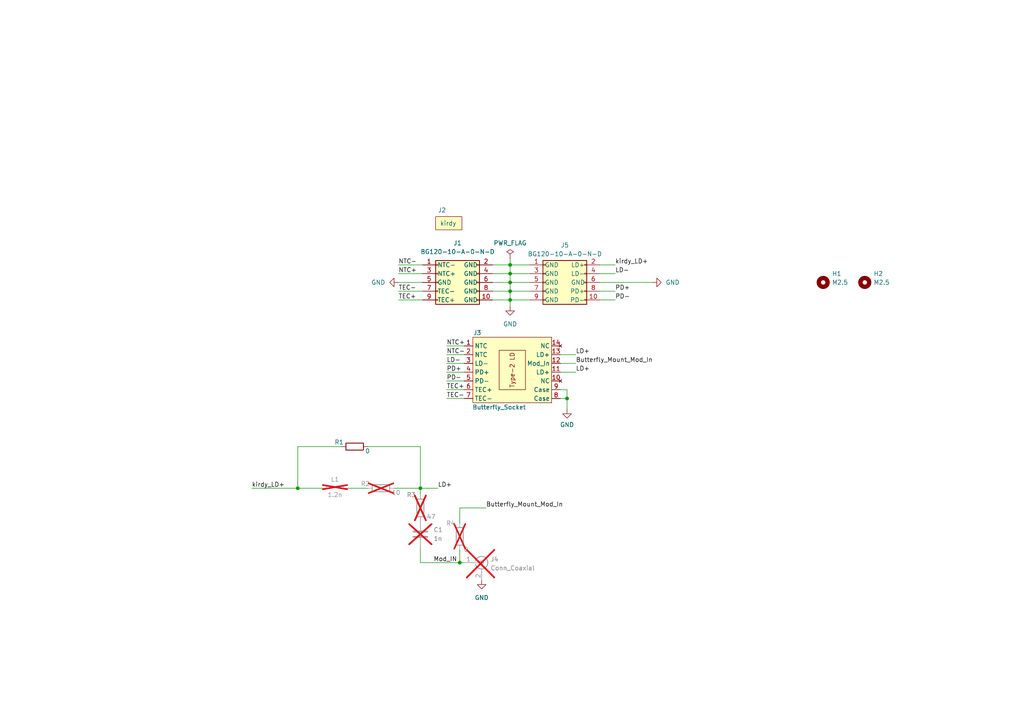
<source format=kicad_sch>
(kicad_sch (version 20230121) (generator eeschema)
  (paper "A4")
  (title_block (title "kirdy_adapter_type_1_LD") (date "2023-11-14") (rev "rev0_1") (company "M-Labs Limited"))
  (lib_symbols
    (symbol "Connector:Conn_Coaxial" (pin_names (offset 1.016) hide)
      (property "Reference" "J" (at 0.254 3.048 0))
      (property "Value" "Conn_Coaxial" (at 2.921 0 90))
      (symbol "Conn_Coaxial_0_1"
        (arc (start -1.778 -0.508) (mid 0.2311 -1.8066) (end 1.778 0) (stroke (width 0.254)))
        (polyline (pts (xy -2.54 0) (xy -0.508 0)))
        (polyline (pts (xy 0 -2.54) (xy 0 -1.778)))
        (circle (center 0 0) (radius 0.508) (stroke (width 0.2032)))
        (arc (start 1.778 0) (mid 0.2099 1.8101) (end -1.778 0.508) (stroke (width 0.254)))
      )
      (symbol "Conn_Coaxial_1_1"
        (pin passive line (at -5.08 0 0) (length 2.54) (name "In") (number "1"))
        (pin passive line (at 0 -5.08 90) (length 2.54) (name "Ext") (number "2"))
      )
    )
    (symbol "Device:C" (pin_numbers hide) (pin_names (offset 0.254))
      (property "Reference" "C" (at 0.635 2.54 0))
      (property "Value" "C" (at 0.635 -2.54 0))
      (symbol "C_0_1"
        (polyline (pts (xy -2.032 -0.762) (xy 2.032 -0.762)) (stroke (width 0.508)))
        (polyline (pts (xy -2.032 0.762) (xy 2.032 0.762)) (stroke (width 0.508)))
      )
      (symbol "C_1_1"
        (pin passive line (at 0 3.81 270) (length 2.794) (name "~") (number "1"))
        (pin passive line (at 0 -3.81 90) (length 2.794) (name "~") (number "2"))
      )
    )
    (symbol "Device:L" (pin_numbers hide) (pin_names (offset 1.016) hide)
      (property "Reference" "L" (at -1.27 0 90))
      (property "Value" "L" (at 1.905 0 90))
      (symbol "L_0_1"
        (arc (start 0 -2.54) (mid 0.6323 -1.905) (end 0 -1.27))
        (arc (start 0 -1.27) (mid 0.6323 -0.635) (end 0 0))
        (arc (start 0 0) (mid 0.6323 0.635) (end 0 1.27))
        (arc (start 0 1.27) (mid 0.6323 1.905) (end 0 2.54))
      )
      (symbol "L_1_1"
        (pin passive line (at 0 3.81 270) (length 1.27) (name "1") (number "1"))
        (pin passive line (at 0 -3.81 90) (length 1.27) (name "2") (number "2"))
      )
    )
    (symbol "Device:R" (pin_numbers hide) (pin_names (offset 0))
      (property "Reference" "R" (at 2.032 0 90))
      (property "Value" "R" (at 0 0 90))
      (symbol "R_0_1"
        (rectangle (start -1.016 -2.54) (end 1.016 2.54) (stroke (width 0.254)))
      )
      (symbol "R_1_1"
        (pin passive line (at 0 3.81 270) (length 1.27) (name "~") (number "1"))
        (pin passive line (at 0 -3.81 90) (length 1.27) (name "~") (number "2"))
      )
    )
    (symbol "Mechanical:MountingHole" (pin_names (offset 1.016))
      (property "Reference" "H" (at 0 5.08 0))
      (property "Value" "MountingHole" (at 0 3.175 0))
      (symbol "MountingHole_0_1"
        (circle (center 0 0) (radius 1.27) (stroke (width 1.27)))
      )
    )
    (symbol "kirdy_adapter:butterfly_socket_type_2"
      (property "Reference" "J" (at 1.27 1.27 0))
      (property "Value" "Butterfly_Socket" (at 7.62 -20.32 0))
      (symbol "butterfly_socket_type_2_1_1"
        (rectangle (start 0 0) (end 22.86 -19.05) (fill (type background)))
        (rectangle (start 7.62 -3.81) (end 15.24 -15.24))
        (text "Type-2 LD" (at 11.43 -9.525 900) (effects (font (size 1.27 1.27))))
        (pin input line (at -2.54 -2.54 0) (length 2.54) (name "NTC") (number "1"))
        (pin no_connect line (at 25.4 -12.7 180) (length 2.54) (name "NC") (number "10"))
        (pin passive line (at 25.4 -10.16 180) (length 2.54) (name "LD+") (number "11"))
        (pin passive line (at 25.4 -7.62 180) (length 2.54) (name "Mod_In") (number "12"))
        (pin passive line (at 25.4 -5.08 180) (length 2.54) (name "LD+") (number "13"))
        (pin no_connect line (at 25.4 -2.54 180) (length 2.54) (name "NC") (number "14"))
        (pin input line (at -2.54 -5.08 0) (length 2.54) (name "NTC") (number "2"))
        (pin input line (at -2.54 -7.62 0) (length 2.54) (name "LD-") (number "3"))
        (pin input line (at -2.54 -10.16 0) (length 2.54) (name "PD+") (number "4"))
        (pin input line (at -2.54 -12.7 0) (length 2.54) (name "PD-") (number "5"))
        (pin passive line (at -2.54 -15.24 0) (length 2.54) (name "TEC+") (number "6"))
        (pin passive line (at -2.54 -17.78 0) (length 2.54) (name "TEC-") (number "7"))
        (pin passive line (at 25.4 -17.78 180) (length 2.54) (name "Case") (number "8"))
        (pin passive line (at 25.4 -15.24 180) (length 2.54) (name "Case") (number "9"))
      )
    )
    (symbol "kirdy_adapter:kirdy_3d_model"
      (property "Reference" "J" (at 1.27 1.27 0))
      (property "Value" "kirdy" (at 3.81 -1.905 0))
      (symbol "kirdy_3d_model_1_1"
        (rectangle (start 0 0) (end 7.62 -3.81) (fill (type background)))
      )
    )
    (symbol "kirdy_adapter:kirdy_socket_1"
      (property "Reference" "J" (at 5.08 2.54 0))
      (property "Value" "BG120-10-A-0-N-D" (at 10.16 -12.7 0))
      (symbol "kirdy_socket_1_1_1"
        (rectangle (start 3.81 -10.033) (end 4.445 -10.287) (stroke (width 0.1524)))
        (rectangle (start 3.81 -7.493) (end 4.445 -7.747) (stroke (width 0.1524)))
        (rectangle (start 3.81 -4.953) (end 4.445 -5.207) (stroke (width 0.1524)))
        (rectangle (start 3.81 -2.413) (end 4.445 -2.667) (stroke (width 0.1524)))
        (rectangle (start 3.81 0.127) (end 4.445 -0.127) (stroke (width 0.1524)))
        (rectangle (start 3.81 1.27) (end 16.51 -11.43) (stroke (width 0.254)) (fill (type background)))
        (rectangle (start 15.875 -10.033) (end 16.51 -10.287) (stroke (width 0.1524)))
        (rectangle (start 15.875 -7.493) (end 16.51 -7.747) (stroke (width 0.1524)))
        (rectangle (start 15.875 -4.953) (end 16.51 -5.207) (stroke (width 0.1524)))
        (rectangle (start 15.875 -2.413) (end 16.51 -2.667) (stroke (width 0.1524)))
        (rectangle (start 15.875 0.127) (end 16.51 -0.127) (stroke (width 0.1524)))
        (pin passive line (at 0 0 0) (length 3.81) (name "NTC-") (number "1"))
        (pin passive line (at 20.32 -10.16 180) (length 3.81) (name "GND") (number "10"))
        (pin passive line (at 20.32 0 180) (length 3.81) (name "GND") (number "2"))
        (pin passive line (at 0 -2.54 0) (length 3.81) (name "NTC+") (number "3"))
        (pin passive line (at 20.32 -2.54 180) (length 3.81) (name "GND") (number "4"))
        (pin passive line (at 0 -5.08 0) (length 3.81) (name "GND") (number "5"))
        (pin passive line (at 20.32 -5.08 180) (length 3.81) (name "GND") (number "6"))
        (pin passive line (at 0 -7.62 0) (length 3.81) (name "TEC-") (number "7"))
        (pin passive line (at 20.32 -7.62 180) (length 3.81) (name "GND") (number "8"))
        (pin passive line (at 0 -10.16 0) (length 3.81) (name "TEC+") (number "9"))
      )
    )
    (symbol "kirdy_adapter:kirdy_socket_2"
      (property "Reference" "J" (at 5.08 2.54 0))
      (property "Value" "BG120-10-A-0-N-D" (at 10.16 -12.7 0))
      (symbol "kirdy_socket_2_1_1"
        (rectangle (start 3.81 -10.033) (end 4.445 -10.287) (stroke (width 0.1524)))
        (rectangle (start 3.81 -7.493) (end 4.445 -7.747) (stroke (width 0.1524)))
        (rectangle (start 3.81 -4.953) (end 4.445 -5.207) (stroke (width 0.1524)))
        (rectangle (start 3.81 -2.413) (end 4.445 -2.667) (stroke (width 0.1524)))
        (rectangle (start 3.81 0.127) (end 4.445 -0.127) (stroke (width 0.1524)))
        (rectangle (start 3.81 1.27) (end 16.51 -11.43) (stroke (width 0.254)) (fill (type background)))
        (rectangle (start 15.875 -10.033) (end 16.51 -10.287) (stroke (width 0.1524)))
        (rectangle (start 15.875 -7.493) (end 16.51 -7.747) (stroke (width 0.1524)))
        (rectangle (start 15.875 -4.953) (end 16.51 -5.207) (stroke (width 0.1524)))
        (rectangle (start 15.875 -2.413) (end 16.51 -2.667) (stroke (width 0.1524)))
        (rectangle (start 15.875 0.127) (end 16.51 -0.127) (stroke (width 0.1524)))
        (pin passive line (at 0 0 0) (length 3.81) (name "GND") (number "1"))
        (pin passive line (at 20.32 -10.16 180) (length 3.81) (name "PD-") (number "10"))
        (pin passive line (at 20.32 0 180) (length 3.81) (name "LD+") (number "2"))
        (pin passive line (at 0 -2.54 0) (length 3.81) (name "GND") (number "3"))
        (pin passive line (at 20.32 -2.54 180) (length 3.81) (name "LD-") (number "4"))
        (pin passive line (at 0 -5.08 0) (length 3.81) (name "GND") (number "5"))
        (pin passive line (at 20.32 -5.08 180) (length 3.81) (name "GND") (number "6"))
        (pin passive line (at 0 -7.62 0) (length 3.81) (name "GND") (number "7"))
        (pin passive line (at 20.32 -7.62 180) (length 3.81) (name "PD+") (number "8"))
        (pin passive line (at 0 -10.16 0) (length 3.81) (name "GND") (number "9"))
      )
    )
    (symbol "power:GND" (power) (pin_names (offset 0))
      (property "Value" "GND" (at 0 -3.81 0))
      (symbol "GND_0_1"
        (polyline (pts (xy 0 0) (xy 0 -1.27) (xy 1.27 -1.27) (xy 0 -2.54) (xy -1.27 -1.27) (xy 0 -1.27)))
      )
      (symbol "GND_1_1"
        (pin power_in line (at 0 0 270) (length 0) hide (name "GND") (number "1"))
      )
    )
    (symbol "power:PWR_FLAG" (power) (pin_numbers hide) (pin_names (offset 0) hide)
      (property "Value" "PWR_FLAG" (at 0 3.81 0))
      (symbol "PWR_FLAG_0_0"
        (pin power_out line (at 0 0 90) (length 0) (name "pwr") (number "1"))
      )
      (symbol "PWR_FLAG_0_1"
        (polyline (pts (xy 0 0) (xy 0 1.27) (xy -1.016 1.905) (xy 0 2.54) (xy 1.016 1.905) (xy 0 1.27)))
      )
    )
  )
  (junction (at 147.955 79.375))
  (junction (at 147.955 81.915))
  (junction (at 121.92 141.605))
  (junction (at 86.36 141.605))
  (junction (at 147.955 76.835))
  (junction (at 147.955 86.995))
  (junction (at 147.955 84.455))
  (junction (at 164.465 115.57))
  (junction (at 133.35 163.195))
  (wire (pts (xy 129.54 110.49) (xy 134.62 110.49)))
  (wire (pts (xy 129.54 115.57) (xy 134.62 115.57)))
  (wire (pts (xy 147.955 86.995) (xy 153.67 86.995)))
  (wire (pts (xy 147.955 86.995) (xy 142.875 86.995)))
  (wire (pts (xy 147.955 79.375) (xy 147.955 81.915)))
  (wire (pts (xy 164.465 115.57) (xy 164.465 118.745)))
  (wire (pts (xy 115.57 79.375) (xy 122.555 79.375)))
  (wire (pts (xy 147.955 81.915) (xy 147.955 84.455)))
  (wire (pts (xy 129.54 105.41) (xy 134.62 105.41)))
  (wire (pts (xy 167.005 107.95) (xy 162.56 107.95)))
  (wire (pts (xy 178.435 76.835) (xy 173.99 76.835)))
  (wire (pts (xy 164.465 113.03) (xy 162.56 113.03)))
  (wire (pts (xy 73.025 141.605) (xy 86.36 141.605)))
  (wire (pts (xy 86.36 141.605) (xy 93.345 141.605)))
  (wire (pts (xy 114.3 141.605) (xy 121.92 141.605)))
  (wire (pts (xy 129.54 100.33) (xy 134.62 100.33)))
  (wire (pts (xy 167.005 102.87) (xy 162.56 102.87)))
  (wire (pts (xy 121.92 141.605) (xy 121.92 143.51)))
  (wire (pts (xy 147.955 79.375) (xy 153.67 79.375)))
  (wire (pts (xy 147.955 76.835) (xy 153.67 76.835)))
  (wire (pts (xy 189.23 81.915) (xy 173.99 81.915)))
  (wire (pts (xy 147.955 76.835) (xy 147.955 79.375)))
  (wire (pts (xy 147.955 88.9) (xy 147.955 86.995)))
  (wire (pts (xy 164.465 113.03) (xy 164.465 115.57)))
  (wire (pts (xy 99.06 129.54) (xy 86.36 129.54)))
  (wire (pts (xy 133.35 159.385) (xy 133.35 163.195)))
  (wire (pts (xy 178.435 84.455) (xy 173.99 84.455)))
  (wire (pts (xy 100.965 141.605) (xy 106.68 141.605)))
  (wire (pts (xy 147.955 74.93) (xy 147.955 76.835)))
  (wire (pts (xy 142.875 81.915) (xy 147.955 81.915)))
  (wire (pts (xy 129.54 102.87) (xy 134.62 102.87)))
  (wire (pts (xy 178.435 86.995) (xy 173.99 86.995)))
  (wire (pts (xy 115.57 84.455) (xy 122.555 84.455)))
  (wire (pts (xy 167.005 105.41) (xy 162.56 105.41)))
  (wire (pts (xy 133.35 147.32) (xy 140.97 147.32)))
  (wire (pts (xy 133.35 163.195) (xy 134.62 163.195)))
  (wire (pts (xy 115.57 81.915) (xy 122.555 81.915)))
  (wire (pts (xy 106.68 129.54) (xy 121.92 129.54)))
  (wire (pts (xy 86.36 129.54) (xy 86.36 141.605)))
  (wire (pts (xy 178.435 79.375) (xy 173.99 79.375)))
  (wire (pts (xy 142.875 76.835) (xy 147.955 76.835)))
  (wire (pts (xy 133.35 151.765) (xy 133.35 147.32)))
  (wire (pts (xy 121.92 163.195) (xy 121.92 158.75)))
  (wire (pts (xy 164.465 115.57) (xy 162.56 115.57)))
  (wire (pts (xy 122.555 76.835) (xy 115.57 76.835)))
  (wire (pts (xy 121.92 129.54) (xy 121.92 141.605)))
  (wire (pts (xy 129.54 113.03) (xy 134.62 113.03)))
  (wire (pts (xy 142.875 84.455) (xy 147.955 84.455)))
  (wire (pts (xy 129.54 107.95) (xy 134.62 107.95)))
  (wire (pts (xy 121.92 141.605) (xy 127 141.605)))
  (wire (pts (xy 121.92 163.195) (xy 133.35 163.195)))
  (wire (pts (xy 115.57 86.995) (xy 122.555 86.995)))
  (wire (pts (xy 147.955 84.455) (xy 153.67 84.455)))
  (wire (pts (xy 147.955 81.915) (xy 153.67 81.915)))
  (wire (pts (xy 142.875 79.375) (xy 147.955 79.375)))
  (wire (pts (xy 147.955 84.455) (xy 147.955 86.995)))
  (label "LD-" (at 129.54 105.41 0))
  (label "TEC+" (at 115.57 86.995 0))
  (label "PD+" (at 178.435 84.455 0))
  (label "PD+" (at 129.54 107.95 0))
  (label "LD+" (at 167.005 107.95 0))
  (label "TEC-" (at 115.57 84.455 0))
  (label "TEC+" (at 129.54 113.03 0))
  (label "Butterfly_Mount_Mod_In" (at 140.97 147.32 0))
  (label "kirdy_LD+" (at 73.025 141.605 0))
  (label "Butterfly_Mount_Mod_In" (at 167.005 105.41 0))
  (label "Mod_IN" (at 125.73 163.195 0))
  (label "LD+" (at 167.005 102.87 0))
  (label "NTC+" (at 115.57 79.375 0))
  (label "NTC-" (at 129.54 102.87 0))
  (label "PD-" (at 178.435 86.995 0))
  (label "kirdy_LD+" (at 178.435 76.835 0))
  (label "NTC-" (at 115.57 76.835 0))
  (label "TEC-" (at 129.54 115.57 0))
  (label "PD-" (at 129.54 110.49 0))
  (label "LD-" (at 178.435 79.375 0))
  (label "NTC+" (at 129.54 100.33 0))
  (label "LD+" (at 127 141.605 0))
  (symbol (lib_id "Mechanical:MountingHole") (at 238.76 81.915 0) (unit 1)
    (property "Reference" "H1" (at 241.3 79.375 0) (effects (justify left)))
    (property "Value" "M2.5" (at 241.3 81.915 0) (effects (justify left)))
    (property "Footprint" "MountingHole:MountingHole_2.7mm_M2.5" (effects hide))
  )
  (symbol (lib_id "Device:R") (at 110.49 141.605 90) (unit 1) (dnp yes)
    (property "Reference" "R2" (at 107.315 140.335 90) (effects (justify left)))
    (property "Value" "10" (at 116.205 142.875 90) (effects (justify left)))
    (property "Footprint" "Resistor_SMD:R_0805_2012Metric" (effects hide))
  )
  (symbol (lib_id "Device:R") (at 133.35 155.575 180) (unit 1) (dnp yes)
    (property "Reference" "R4" (at 132.08 151.765 0) (effects (justify left)))
    (property "Value" "0" (at 135.89 159.385 0) (effects (justify left)))
    (property "Footprint" "Resistor_SMD:R_0805_2012Metric" (effects hide))
    (property "MFR_PN" "RCA08050000ZSEA" (effects hide))
  )
  (symbol (lib_id "Mechanical:MountingHole") (at 250.825 81.915 0) (unit 1)
    (property "Reference" "H2" (at 253.365 79.375 0) (effects (justify left)))
    (property "Value" "M2.5" (at 253.365 81.915 0) (effects (justify left)))
    (property "Footprint" "MountingHole:MountingHole_2.7mm_M2.5" (effects hide))
  )
  (symbol (lib_id "Device:C") (at 121.92 154.94 0) (unit 1) (dnp yes)
    (property "Reference" "C1" (at 125.73 153.67 0) (effects (justify left)))
    (property "Value" "1n" (at 125.73 156.21 0) (effects (justify left)))
    (property "Footprint" "Capacitor_SMD:C_0603_1608Metric" (effects hide))
  )
  (symbol (lib_id "Device:L") (at 97.155 141.605 270) (mirror x) (unit 1) (dnp yes)
    (property "Reference" "L1" (at 97.155 139.065 90))
    (property "Value" "1.2n" (at 97.155 143.51 90))
    (property "Footprint" "Inductor_SMD:L_1210_3225Metric" (effects hide))
  )
  (symbol (lib_id "power:GND") (at 164.465 118.745 0) (unit 1)
    (property "Reference" "#PWR04" (effects hide))
    (property "Value" "GND" (at 164.465 123.19 0))
  )
  (symbol (lib_id "kirdy_adapter:butterfly_socket_type_2") (at 137.16 97.79 0) (unit 1)
    (property "Reference" "J3" (at 138.43 96.52 0))
    (property "Value" "Butterfly_Socket" (at 144.78 118.11 0))
    (property "Footprint" "laserSocket:Butterfly_Socket" (effects hide))
    (property "Datasheet" "https://m.tb.cn/h.5QDXYK1?tk=wr4mW3e8DlQ" (effects hide))
    (property "MFR_PN" "https://m.tb.cn/h.5QDXYK1?tk=wr4mW3e8DlQ" (effects hide))
    (property "MFR_PN_ALT" "Open on Mobile Version of Taobao. Communuicate with the vendor for customized part." (effects hide))
  )
  (symbol (lib_id "kirdy_adapter:kirdy_3d_model") (at 126.365 62.865 0) (unit 1)
    (property "Reference" "J2" (at 127 60.96 0) (effects (justify left)))
    (property "Value" "kirdy" (at 127.635 64.77 0) (effects (justify left)))
    (property "Footprint" "laserSocket:kirdy_socket" (effects hide))
    (property "MFR_PN" "kirdy" (effects hide))
  )
  (symbol (lib_id "kirdy_adapter:kirdy_socket_1") (at 122.555 76.835 0) (unit 1)
    (property "Reference" "J1" (at 132.715 70.485 0))
    (property "Value" "BG120-10-A-0-N-D" (at 132.715 73.025 0))
    (property "Footprint" "laserSocket:BG120-10-A-0-N-D" (effects hide))
    (property "MFR_PN" "BG120-10-A-0-N-D" (effects hide))
  )
  (symbol (lib_id "Device:R") (at 121.92 147.32 180) (unit 1) (dnp yes)
    (property "Reference" "R3" (at 120.65 143.51 0) (effects (justify left)))
    (property "Value" "47" (at 126.365 149.86 0) (effects (justify left)))
    (property "Footprint" "Resistor_SMD:R_0603_1608Metric" (effects hide))
  )
  (symbol (lib_id "power:GND") (at 189.23 81.915 90) (unit 1)
    (property "Reference" "#PWR05" (effects hide))
    (property "Value" "GND" (at 193.04 81.915 90) (effects (justify right)))
  )
  (symbol (lib_id "Device:R") (at 102.87 129.54 90) (unit 1)
    (property "Reference" "R1" (at 99.695 128.27 90) (effects (justify left)))
    (property "Value" "0" (at 107.315 130.81 90) (effects (justify left)))
    (property "Footprint" "Resistor_SMD:R_0805_2012Metric" (effects hide))
    (property "MFR_PN" "RCA08050000ZSEA" (effects hide))
  )
  (symbol (lib_id "kirdy_adapter:kirdy_socket_2") (at 153.67 76.835 0) (unit 1)
    (property "Reference" "J5" (at 163.83 71.12 0))
    (property "Value" "BG120-10-A-0-N-D" (at 163.83 73.66 0))
    (property "Footprint" "laserSocket:BG120-10-A-0-N-D" (effects hide))
    (property "MFR_PN" "BG120-10-A-0-N-D" (effects hide))
  )
  (symbol (lib_id "power:GND") (at 147.955 88.9 0) (unit 1)
    (property "Reference" "#PWR03" (effects hide))
    (property "Value" "GND" (at 147.955 93.98 0))
  )
  (symbol (lib_id "power:GND") (at 139.7 168.275 0) (unit 1)
    (property "Reference" "#PWR02" (effects hide))
    (property "Value" "GND" (at 139.7 173.355 0))
  )
  (symbol (lib_id "power:GND") (at 115.57 81.915 270) (unit 1)
    (property "Reference" "#PWR01" (effects hide))
    (property "Value" "GND" (at 111.76 81.915 90) (effects (justify right)))
  )
  (symbol (lib_id "power:PWR_FLAG") (at 147.955 74.93 0) (unit 1)
    (property "Reference" "#FLG01" (effects hide))
    (property "Value" "PWR_FLAG" (at 147.955 70.485 0))
  )
  (symbol (lib_id "Connector:Conn_Coaxial") (at 139.7 163.195 0) (unit 1) (dnp yes)
    (property "Reference" "J4" (at 142.24 162.2181 0) (effects (justify left)))
    (property "Value" "Conn_Coaxial" (at 142.24 164.7581 0) (effects (justify left)))
    (property "Footprint" "Connector_Coaxial:SMA_Amphenol_132289_EdgeMount" (effects hide))
    (property "Datasheet" " ~" (effects hide))
  )
)
</source>
